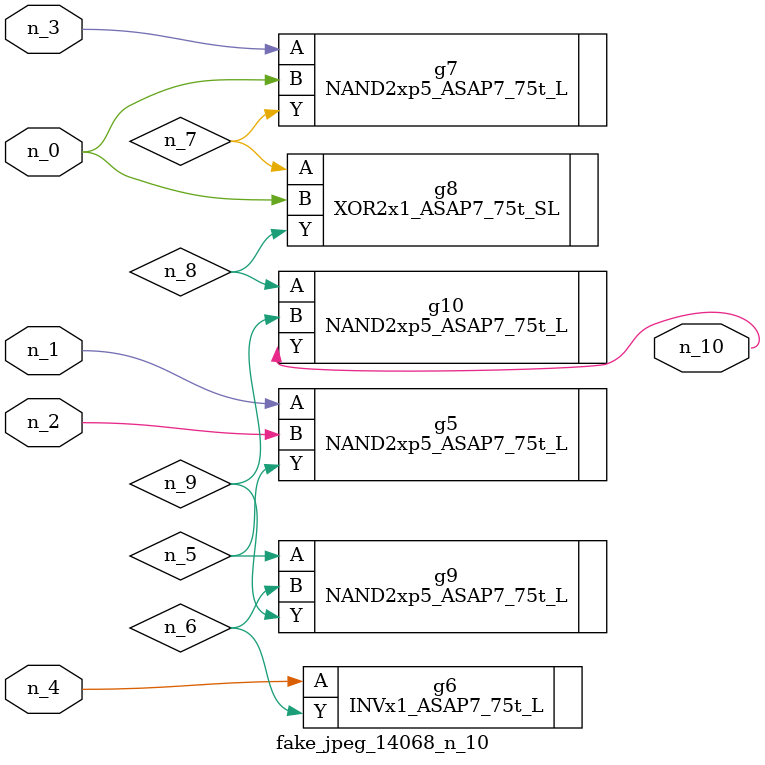
<source format=v>
module fake_jpeg_14068_n_10 (n_3, n_2, n_1, n_0, n_4, n_10);

input n_3;
input n_2;
input n_1;
input n_0;
input n_4;

output n_10;

wire n_8;
wire n_9;
wire n_6;
wire n_5;
wire n_7;

NAND2xp5_ASAP7_75t_L g5 ( 
.A(n_1),
.B(n_2),
.Y(n_5)
);

INVx1_ASAP7_75t_L g6 ( 
.A(n_4),
.Y(n_6)
);

NAND2xp5_ASAP7_75t_L g7 ( 
.A(n_3),
.B(n_0),
.Y(n_7)
);

XOR2x1_ASAP7_75t_SL g8 ( 
.A(n_7),
.B(n_0),
.Y(n_8)
);

NAND2xp5_ASAP7_75t_L g10 ( 
.A(n_8),
.B(n_9),
.Y(n_10)
);

NAND2xp5_ASAP7_75t_L g9 ( 
.A(n_5),
.B(n_6),
.Y(n_9)
);


endmodule
</source>
